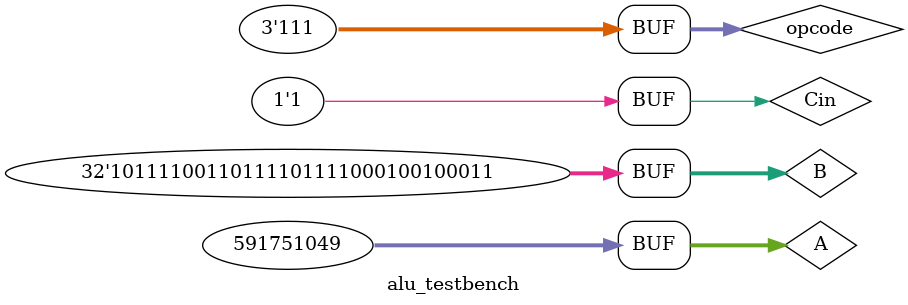
<source format=sv>
`timescale 1ns/1ns
module alu_testbench;

wire [63:0] out;
reg [31:0] A; 
reg [31:0] B;
reg Cin;
reg [2:0] opcode;

alu dut1 (out, A, B, Cin, opcode);

initial 
begin
 
	A = 32'hFA912345;
	B = 32'hABCD1234;
	Cin = 1'b1;
	opcode = 3'b000;
	#10

	A = 32'hFA912345;
	B = 32'hABCD1234;
	Cin = 1'b1;
	opcode = 3'b001; 

	A = 32'hFA912345;
	B = 32'hABCD1234;
	Cin = 1'b1;
	opcode = 3'b010;
	#10

	A = 32'hFA912345;
	B = 32'hABCD1234;
	Cin = 1'b1;
	opcode = 3'b011;
	#10

	A = 32'hFA912345;
	B = 32'hABCD1234;
	Cin = 1'b1;
	opcode = 3'b100;
	#10

	A = 32'hFA912345;
	B = 32'hABCD1234;
	Cin = 1'b1;
	opcode = 3'b101;
	#10

	A = 32'hFA912345;
	B = 32'hABCD1234;
	Cin = 1'b1;
	opcode = 3'b110;
	#10

	A = 32'hFA912345;
	B = 32'hABCD1234;
	Cin = 1'b1;
	opcode = 3'b111;

	A = 32'h123456789;
	B = 32'hABCDEF123;
	Cin = 1'b1;
	opcode = 3'b000;
	#10

	A = 32'h123456789;
	B = 32'hABCDEF123;
	Cin = 1'b1;
	opcode = 3'b001; 

	A = 32'h123456789;
	B = 32'hABCDEF123;
	Cin = 1'b1;
	opcode = 3'b010;
	#10

	A = 32'h123456789;
	B = 32'hABCDEF123;
	Cin = 1'b1;
	opcode = 3'b011;
	#10

	A = 32'h123456789;
	B = 32'hABCDEF123;
	Cin = 1'b1;
	opcode = 3'b100;
	#10

	A = 32'h123456789;
	B = 32'hABCDEF123;
	Cin = 1'b1;
	opcode = 3'b101;
	#10

	A = 32'h123456789;
	B = 32'hABCDEF123;
	Cin = 1'b1;
	opcode = 3'b110;
	#10

	A = 32'h123456789;
	B = 32'hABCDEF123;
	Cin = 1'b1;
	opcode = 3'b111;

end 
endmodule





</source>
